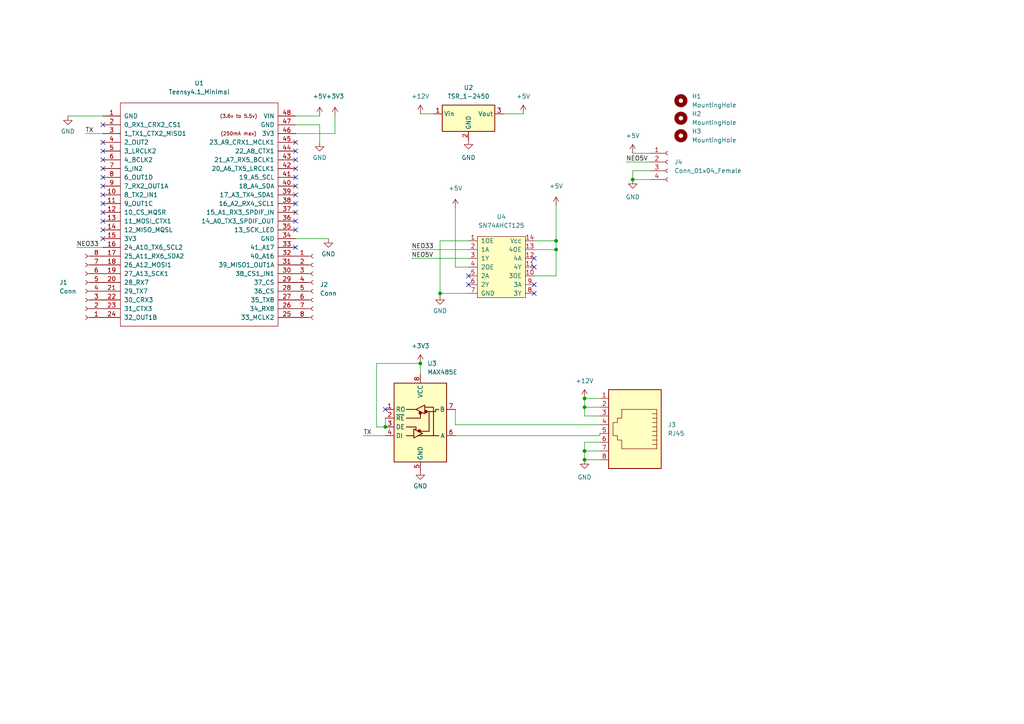
<source format=kicad_sch>
(kicad_sch (version 20211123) (generator eeschema)
  (paper "A4")
  (lib_symbols
    (symbol "Connector:Conn_01x04_Female" (pin_names (offset 1.016) hide)
      (property "Reference" "J" (at 0 5.08 0))
      (property "Value" "Conn_01x04_Female" (at 0 -7.62 0))
      (symbol "Conn_01x04_Female_1_1"
        (arc (start 0 -4.572) (mid -0.508 -5.08) (end 0 -5.588) (stroke (width 0.1524)))
        (arc (start 0 -2.032) (mid -0.508 -2.54) (end 0 -3.048) (stroke (width 0.1524)))
        (polyline (pts (xy -1.27 -5.08) (xy -0.508 -5.08)) (stroke (width 0.1524)))
        (polyline (pts (xy -1.27 -2.54) (xy -0.508 -2.54)) (stroke (width 0.1524)))
        (polyline (pts (xy -1.27 0) (xy -0.508 0)) (stroke (width 0.1524)))
        (polyline (pts (xy -1.27 2.54) (xy -0.508 2.54)) (stroke (width 0.1524)))
        (arc (start 0 0.508) (mid -0.508 0) (end 0 -0.508) (stroke (width 0.1524)))
        (arc (start 0 3.048) (mid -0.508 2.54) (end 0 2.032) (stroke (width 0.1524)))
        (pin passive line (at -5.08 2.54 0) (length 3.81) (name "Pin_1") (number "1"))
        (pin passive line (at -5.08 0 0) (length 3.81) (name "Pin_2") (number "2"))
        (pin passive line (at -5.08 -2.54 0) (length 3.81) (name "Pin_3") (number "3"))
        (pin passive line (at -5.08 -5.08 0) (length 3.81) (name "Pin_4") (number "4"))
      )
    )
    (symbol "Connector:Conn_01x08_Female" (pin_names (offset 1.016) hide)
      (property "Reference" "J" (at 0 10.16 0))
      (property "Value" "Conn_01x08_Female" (at 0 -12.7 0))
      (symbol "Conn_01x08_Female_1_1"
        (arc (start 0 -9.652) (mid -0.508 -10.16) (end 0 -10.668) (stroke (width 0.1524)))
        (arc (start 0 -7.112) (mid -0.508 -7.62) (end 0 -8.128) (stroke (width 0.1524)))
        (arc (start 0 -4.572) (mid -0.508 -5.08) (end 0 -5.588) (stroke (width 0.1524)))
        (arc (start 0 -2.032) (mid -0.508 -2.54) (end 0 -3.048) (stroke (width 0.1524)))
        (polyline (pts (xy -1.27 -10.16) (xy -0.508 -10.16)) (stroke (width 0.1524)))
        (polyline (pts (xy -1.27 -7.62) (xy -0.508 -7.62)) (stroke (width 0.1524)))
        (polyline (pts (xy -1.27 -5.08) (xy -0.508 -5.08)) (stroke (width 0.1524)))
        (polyline (pts (xy -1.27 -2.54) (xy -0.508 -2.54)) (stroke (width 0.1524)))
        (polyline (pts (xy -1.27 0) (xy -0.508 0)) (stroke (width 0.1524)))
        (polyline (pts (xy -1.27 2.54) (xy -0.508 2.54)) (stroke (width 0.1524)))
        (polyline (pts (xy -1.27 5.08) (xy -0.508 5.08)) (stroke (width 0.1524)))
        (polyline (pts (xy -1.27 7.62) (xy -0.508 7.62)) (stroke (width 0.1524)))
        (arc (start 0 0.508) (mid -0.508 0) (end 0 -0.508) (stroke (width 0.1524)))
        (arc (start 0 3.048) (mid -0.508 2.54) (end 0 2.032) (stroke (width 0.1524)))
        (arc (start 0 5.588) (mid -0.508 5.08) (end 0 4.572) (stroke (width 0.1524)))
        (arc (start 0 8.128) (mid -0.508 7.62) (end 0 7.112) (stroke (width 0.1524)))
        (pin passive line (at -5.08 7.62 0) (length 3.81) (name "Pin_1") (number "1"))
        (pin passive line (at -5.08 5.08 0) (length 3.81) (name "Pin_2") (number "2"))
        (pin passive line (at -5.08 2.54 0) (length 3.81) (name "Pin_3") (number "3"))
        (pin passive line (at -5.08 0 0) (length 3.81) (name "Pin_4") (number "4"))
        (pin passive line (at -5.08 -2.54 0) (length 3.81) (name "Pin_5") (number "5"))
        (pin passive line (at -5.08 -5.08 0) (length 3.81) (name "Pin_6") (number "6"))
        (pin passive line (at -5.08 -7.62 0) (length 3.81) (name "Pin_7") (number "7"))
        (pin passive line (at -5.08 -10.16 0) (length 3.81) (name "Pin_8") (number "8"))
      )
    )
    (symbol "Connector:RJ45" (pin_names (offset 1.016))
      (property "Reference" "J" (at -5.08 13.97 0))
      (property "Value" "RJ45" (at 2.54 13.97 0))
      (symbol "RJ45_0_1"
        (polyline (pts (xy -5.08 4.445) (xy -6.35 4.445)))
        (polyline (pts (xy -5.08 5.715) (xy -6.35 5.715)))
        (polyline (pts (xy -6.35 -3.175) (xy -5.08 -3.175) (xy -5.08 -3.175)))
        (polyline (pts (xy -6.35 -1.905) (xy -5.08 -1.905) (xy -5.08 -1.905)))
        (polyline (pts (xy -6.35 -0.635) (xy -5.08 -0.635) (xy -5.08 -0.635)))
        (polyline (pts (xy -6.35 0.635) (xy -5.08 0.635) (xy -5.08 0.635)))
        (polyline (pts (xy -6.35 1.905) (xy -5.08 1.905) (xy -5.08 1.905)))
        (polyline (pts (xy -5.08 3.175) (xy -6.35 3.175) (xy -6.35 3.175)))
        (polyline (pts (xy -6.35 -4.445) (xy -6.35 6.985) (xy 3.81 6.985) (xy 3.81 4.445) (xy 5.08 4.445) (xy 5.08 3.175) (xy 6.35 3.175) (xy 6.35 -0.635) (xy 5.08 -0.635) (xy 5.08 -1.905) (xy 3.81 -1.905) (xy 3.81 -4.445) (xy -6.35 -4.445) (xy -6.35 -4.445)))
        (rectangle (start 7.62 12.7) (end -7.62 -10.16) (stroke (width 0.254)) (fill (type background)))
      )
      (symbol "RJ45_1_1"
        (pin passive line (at 10.16 -7.62 180) (length 2.54) (name "~") (number "1"))
        (pin passive line (at 10.16 -5.08 180) (length 2.54) (name "~") (number "2"))
        (pin passive line (at 10.16 -2.54 180) (length 2.54) (name "~") (number "3"))
        (pin passive line (at 10.16 0 180) (length 2.54) (name "~") (number "4"))
        (pin passive line (at 10.16 2.54 180) (length 2.54) (name "~") (number "5"))
        (pin passive line (at 10.16 5.08 180) (length 2.54) (name "~") (number "6"))
        (pin passive line (at 10.16 7.62 180) (length 2.54) (name "~") (number "7"))
        (pin passive line (at 10.16 10.16 180) (length 2.54) (name "~") (number "8"))
      )
    )
    (symbol "Interface_UART:MAX485E"
      (property "Reference" "U" (at -6.096 11.43 0))
      (property "Value" "MAX485E" (at 0.762 11.43 0))
      (symbol "MAX485E_0_1"
        (rectangle (start -7.62 10.16) (end 7.62 -12.7) (stroke (width 0.254)) (fill (type background)))
        (circle (center -0.3048 -3.683) (radius 0.3556) (stroke (width 0.254)) (fill (type outline)))
        (circle (center -0.0254 1.4986) (radius 0.3556) (stroke (width 0.254)) (fill (type outline)))
        (polyline (pts (xy -4.064 -5.08) (xy -1.905 -5.08)) (stroke (width 0.254)))
        (polyline (pts (xy -4.064 2.54) (xy -1.27 2.54)) (stroke (width 0.254)))
        (polyline (pts (xy -1.27 -3.2004) (xy -1.27 -3.4544)) (stroke (width 0.254)))
        (polyline (pts (xy -0.635 -5.08) (xy 5.334 -5.08)) (stroke (width 0.254)))
        (polyline (pts (xy -4.064 -2.54) (xy -1.27 -2.54) (xy -1.27 -3.175)) (stroke (width 0.254)))
        (polyline (pts (xy 0 1.27) (xy 0 0) (xy -4.064 0)) (stroke (width 0.254)))
        (polyline (pts (xy 1.27 3.175) (xy 3.81 3.175) (xy 3.81 -5.08)) (stroke (width 0.254)))
        (polyline (pts (xy 2.54 1.905) (xy 2.54 -3.81) (xy 0 -3.81)) (stroke (width 0.254)))
        (polyline (pts (xy -1.905 -3.175) (xy -1.905 -5.715) (xy 0.635 -4.445) (xy -1.905 -3.175)) (stroke (width 0.254)))
        (polyline (pts (xy -1.27 2.54) (xy 1.27 3.81) (xy 1.27 1.27) (xy -1.27 2.54)) (stroke (width 0.254)))
        (polyline (pts (xy 1.905 1.905) (xy 4.445 1.905) (xy 4.445 2.54) (xy 5.334 2.54)) (stroke (width 0.254)))
        (rectangle (start 1.27 3.175) (end 1.27 3.175))
        (circle (center 1.651 1.905) (radius 0.3556) (stroke (width 0.254)) (fill (type outline)))
      )
      (symbol "MAX485E_1_1"
        (pin output line (at -10.16 2.54 0) (length 2.54) (name "RO") (number "1"))
        (pin input line (at -10.16 0 0) (length 2.54) (name "~{RE}") (number "2"))
        (pin input line (at -10.16 -2.54 0) (length 2.54) (name "DE") (number "3"))
        (pin input line (at -10.16 -5.08 0) (length 2.54) (name "DI") (number "4"))
        (pin power_in line (at 0 -15.24 90) (length 2.54) (name "GND") (number "5"))
        (pin bidirectional line (at 10.16 -5.08 180) (length 2.54) (name "A") (number "6"))
        (pin bidirectional line (at 10.16 2.54 180) (length 2.54) (name "B") (number "7"))
        (pin power_in line (at 0 12.7 270) (length 2.54) (name "VCC") (number "8"))
      )
    )
    (symbol "Joels KiCad Symbol Library:SN74AHCT125" (pin_names (offset 1.016))
      (property "Reference" "U" (at 0 0 0))
      (property "Value" "SN74AHCT125" (at 0 2.54 0))
      (symbol "SN74AHCT125_0_1"
        (rectangle (start -7.62 -2.54) (end 6.35 -20.32) (fill (type background)))
      )
      (symbol "SN74AHCT125_1_1"
        (pin input line (at -10.16 -3.81 0) (length 2.54) (name "1OE") (number "1"))
        (pin input line (at 8.89 -13.97 180) (length 2.54) (name "3OE") (number "10"))
        (pin output line (at 8.89 -11.43 180) (length 2.54) (name "4Y") (number "11"))
        (pin input line (at 8.89 -8.89 180) (length 2.54) (name "4A") (number "12"))
        (pin input line (at 8.89 -6.35 180) (length 2.54) (name "4OE") (number "13"))
        (pin power_in line (at 8.89 -3.81 180) (length 2.54) (name "Vcc") (number "14"))
        (pin input line (at -10.16 -6.35 0) (length 2.54) (name "1A") (number "2"))
        (pin output line (at -10.16 -8.89 0) (length 2.54) (name "1Y") (number "3"))
        (pin input line (at -10.16 -11.43 0) (length 2.54) (name "2OE") (number "4"))
        (pin input line (at -10.16 -13.97 0) (length 2.54) (name "2A") (number "5"))
        (pin output line (at -10.16 -16.51 0) (length 2.54) (name "2Y") (number "6"))
        (pin power_in line (at -10.16 -19.05 0) (length 2.54) (name "GND") (number "7"))
        (pin output line (at 8.89 -19.05 180) (length 2.54) (name "3Y") (number "8"))
        (pin input line (at 8.89 -16.51 180) (length 2.54) (name "3A") (number "9"))
      )
    )
    (symbol "Joels KiCad Symbol Library:Teensy4.1_Minimal" (pin_names (offset 1.016))
      (property "Reference" "U" (at 0 62.23 0))
      (property "Value" "Teensy4.1_Minimal" (at 1.27 59.69 0))
      (symbol "Teensy4.1_Minimal_0_0"
        (text "(250mA max)" (at 11.43 49.53 0) (effects (font (size 1.016 1.016))))
        (text "(3.6v to 5.5v)" (at 11.43 54.61 0) (effects (font (size 1.016 1.016))))
        (pin bidirectional line (at -27.94 31.75 0) (length 5.08) (name "8_TX2_IN1") (number "10"))
        (pin bidirectional line (at -27.94 29.21 0) (length 5.08) (name "9_OUT1C") (number "11"))
        (pin bidirectional line (at -27.94 26.67 0) (length 5.08) (name "10_CS_MQSR") (number "12"))
        (pin bidirectional line (at -27.94 24.13 0) (length 5.08) (name "11_MOSI_CTX1") (number "13"))
        (pin bidirectional line (at -27.94 21.59 0) (length 5.08) (name "12_MISO_MQSL") (number "14"))
        (pin power_in line (at -27.94 19.05 0) (length 5.08) (name "3V3") (number "15"))
        (pin bidirectional line (at -27.94 16.51 0) (length 5.08) (name "24_A10_TX6_SCL2") (number "16"))
        (pin bidirectional line (at -27.94 13.97 0) (length 5.08) (name "25_A11_RX6_SDA2") (number "17"))
        (pin bidirectional line (at -27.94 11.43 0) (length 5.08) (name "26_A12_MOSI1") (number "18"))
        (pin bidirectional line (at -27.94 8.89 0) (length 5.08) (name "27_A13_SCK1") (number "19"))
        (pin bidirectional line (at -27.94 6.35 0) (length 5.08) (name "28_RX7") (number "20"))
        (pin bidirectional line (at -27.94 3.81 0) (length 5.08) (name "29_TX7") (number "21"))
        (pin bidirectional line (at -27.94 1.27 0) (length 5.08) (name "30_CRX3") (number "22"))
        (pin bidirectional line (at -27.94 -1.27 0) (length 5.08) (name "31_CTX3") (number "23"))
        (pin bidirectional line (at -27.94 -3.81 0) (length 5.08) (name "32_OUT1B") (number "24"))
        (pin bidirectional line (at 27.94 -3.81 180) (length 5.08) (name "33_MCLK2") (number "25"))
        (pin bidirectional line (at 27.94 -1.27 180) (length 5.08) (name "34_RX8") (number "26"))
        (pin bidirectional line (at 27.94 1.27 180) (length 5.08) (name "35_TX8") (number "27"))
        (pin bidirectional line (at 27.94 3.81 180) (length 5.08) (name "36_CS") (number "28"))
        (pin bidirectional line (at 27.94 6.35 180) (length 5.08) (name "37_CS") (number "29"))
        (pin bidirectional line (at 27.94 8.89 180) (length 5.08) (name "38_CS1_IN1") (number "30"))
        (pin bidirectional line (at 27.94 11.43 180) (length 5.08) (name "39_MISO1_OUT1A") (number "31"))
        (pin bidirectional line (at 27.94 13.97 180) (length 5.08) (name "40_A16") (number "32"))
        (pin bidirectional line (at 27.94 16.51 180) (length 5.08) (name "41_A17") (number "33"))
        (pin bidirectional line (at 27.94 21.59 180) (length 5.08) (name "13_SCK_LED") (number "35"))
        (pin bidirectional line (at 27.94 24.13 180) (length 5.08) (name "14_A0_TX3_SPDIF_OUT") (number "36"))
        (pin bidirectional line (at 27.94 26.67 180) (length 5.08) (name "15_A1_RX3_SPDIF_IN") (number "37"))
        (pin bidirectional line (at 27.94 29.21 180) (length 5.08) (name "16_A2_RX4_SCL1") (number "38"))
        (pin bidirectional line (at 27.94 31.75 180) (length 5.08) (name "17_A3_TX4_SDA1") (number "39"))
        (pin bidirectional line (at 27.94 34.29 180) (length 5.08) (name "18_A4_SDA") (number "40"))
        (pin bidirectional line (at 27.94 36.83 180) (length 5.08) (name "19_A5_SCL") (number "41"))
        (pin bidirectional line (at 27.94 39.37 180) (length 5.08) (name "20_A6_TX5_LRCLK1") (number "42"))
        (pin bidirectional line (at 27.94 41.91 180) (length 5.08) (name "21_A7_RX5_BCLK1") (number "43"))
        (pin bidirectional line (at 27.94 44.45 180) (length 5.08) (name "22_A8_CTX1") (number "44"))
        (pin bidirectional line (at 27.94 46.99 180) (length 5.08) (name "23_A9_CRX1_MCLK1") (number "45"))
        (pin power_in line (at 27.94 49.53 180) (length 5.08) (name "3V3") (number "46"))
        (pin power_in line (at 27.94 52.07 180) (length 5.08) (name "GND") (number "47"))
        (pin power_in line (at 27.94 54.61 180) (length 5.08) (name "VIN") (number "48"))
        (pin bidirectional line (at -27.94 44.45 0) (length 5.08) (name "3_LRCLK2") (number "5"))
        (pin bidirectional line (at -27.94 41.91 0) (length 5.08) (name "4_BCLK2") (number "6"))
        (pin bidirectional line (at -27.94 39.37 0) (length 5.08) (name "5_IN2") (number "7"))
        (pin bidirectional line (at -27.94 36.83 0) (length 5.08) (name "6_OUT1D") (number "8"))
        (pin bidirectional line (at -27.94 34.29 0) (length 5.08) (name "7_RX2_OUT1A") (number "9"))
      )
      (symbol "Teensy4.1_Minimal_0_1"
        (rectangle (start -22.86 58.42) (end 22.86 -6.35))
        (rectangle (start -20.32 -1.27) (end -20.32 -1.27))
      )
      (symbol "Teensy4.1_Minimal_1_1"
        (pin power_in line (at -27.94 54.61 0) (length 5.08) (name "GND") (number "1"))
        (pin bidirectional line (at -27.94 52.07 0) (length 5.08) (name "0_RX1_CRX2_CS1") (number "2"))
        (pin bidirectional line (at -27.94 49.53 0) (length 5.08) (name "1_TX1_CTX2_MISO1") (number "3"))
        (pin power_in line (at 27.94 19.05 180) (length 5.08) (name "GND") (number "34"))
        (pin bidirectional line (at -27.94 46.99 0) (length 5.08) (name "2_OUT2") (number "4"))
      )
    )
    (symbol "Mechanical:MountingHole" (pin_names (offset 1.016))
      (property "Reference" "H" (at 0 5.08 0))
      (property "Value" "MountingHole" (at 0 3.175 0))
      (symbol "MountingHole_0_1"
        (circle (center 0 0) (radius 1.27) (stroke (width 1.27)))
      )
    )
    (symbol "Regulator_Switching:TSR_1-2450"
      (property "Reference" "U" (at -7.62 6.35 0))
      (property "Value" "TSR_1-2450" (at -1.27 6.35 0))
      (symbol "TSR_1-2450_0_1"
        (rectangle (start -7.62 5.08) (end 7.62 -2.54) (stroke (width 0.254)) (fill (type background)))
      )
      (symbol "TSR_1-2450_1_1"
        (pin power_in line (at -10.16 2.54 0) (length 2.54) (name "Vin") (number "1"))
        (pin power_in line (at 0 -5.08 90) (length 2.54) (name "GND") (number "2"))
        (pin power_out line (at 10.16 2.54 180) (length 2.54) (name "Vout") (number "3"))
      )
    )
    (symbol "power:+12V" (power) (pin_names (offset 0))
      (property "Value" "+12V" (at 0 3.556 0))
      (symbol "+12V_0_1"
        (polyline (pts (xy -0.762 1.27) (xy 0 2.54)))
        (polyline (pts (xy 0 0) (xy 0 2.54)))
        (polyline (pts (xy 0 2.54) (xy 0.762 1.27)))
      )
      (symbol "+12V_1_1"
        (pin power_in line (at 0 0 90) (length 0) hide (name "+12V") (number "1"))
      )
    )
    (symbol "power:+3.3V" (power) (pin_names (offset 0))
      (property "Value" "+3.3V" (at 0 3.556 0))
      (symbol "+3.3V_0_1"
        (polyline (pts (xy -0.762 1.27) (xy 0 2.54)))
        (polyline (pts (xy 0 0) (xy 0 2.54)))
        (polyline (pts (xy 0 2.54) (xy 0.762 1.27)))
      )
      (symbol "+3.3V_1_1"
        (pin power_in line (at 0 0 90) (length 0) hide (name "+3V3") (number "1"))
      )
    )
    (symbol "power:+5V" (power) (pin_names (offset 0))
      (property "Value" "+5V" (at 0 3.556 0))
      (symbol "+5V_0_1"
        (polyline (pts (xy -0.762 1.27) (xy 0 2.54)))
        (polyline (pts (xy 0 0) (xy 0 2.54)))
        (polyline (pts (xy 0 2.54) (xy 0.762 1.27)))
      )
      (symbol "+5V_1_1"
        (pin power_in line (at 0 0 90) (length 0) hide (name "+5V") (number "1"))
      )
    )
    (symbol "power:GND" (power) (pin_names (offset 0))
      (property "Value" "GND" (at 0 -3.81 0))
      (symbol "GND_0_1"
        (polyline (pts (xy 0 0) (xy 0 -1.27) (xy 1.27 -1.27) (xy 0 -2.54) (xy -1.27 -1.27) (xy 0 -1.27)))
      )
      (symbol "GND_1_1"
        (pin power_in line (at 0 0 270) (length 0) hide (name "GND") (number "1"))
      )
    )
  )
  (junction (at 161.29 69.85))
  (junction (at 169.545 115.57))
  (junction (at 169.545 118.11))
  (junction (at 161.29 72.39))
  (junction (at 183.515 52.07))
  (junction (at 127.635 85.09))
  (junction (at 111.76 123.825))
  (junction (at 169.545 133.35))
  (junction (at 169.545 130.81))
  (junction (at 121.92 105.41))
  (no_connect (at 111.76 118.745))
  (no_connect (at 135.89 82.55))
  (no_connect (at 154.94 82.55))
  (no_connect (at 154.94 85.09))
  (no_connect (at 154.94 77.47))
  (no_connect (at 154.94 74.93))
  (no_connect (at 135.89 80.01))
  (no_connect (at 85.725 59.055))
  (no_connect (at 85.725 61.595))
  (no_connect (at 85.725 64.135))
  (no_connect (at 85.725 66.675))
  (no_connect (at 85.725 71.755))
  (no_connect (at 85.725 41.275))
  (no_connect (at 85.725 43.815))
  (no_connect (at 85.725 46.355))
  (no_connect (at 85.725 48.895))
  (no_connect (at 85.725 51.435))
  (no_connect (at 85.725 53.975))
  (no_connect (at 85.725 56.515))
  (no_connect (at 29.845 36.195))
  (no_connect (at 29.845 66.675))
  (no_connect (at 29.845 69.215))
  (no_connect (at 29.845 41.275))
  (no_connect (at 29.845 43.815))
  (no_connect (at 29.845 46.355))
  (no_connect (at 29.845 48.895))
  (no_connect (at 29.845 51.435))
  (no_connect (at 29.845 53.975))
  (no_connect (at 29.845 56.515))
  (no_connect (at 29.845 59.055))
  (no_connect (at 29.845 61.595))
  (no_connect (at 29.845 64.135))
  (wire (pts (xy 22.225 71.755) (xy 29.845 71.755)))
  (wire (pts (xy 146.05 33.02) (xy 151.765 33.02)))
  (wire (pts (xy 169.545 115.57) (xy 173.99 115.57)))
  (wire (pts (xy 127.635 85.725) (xy 127.635 85.09)))
  (wire (pts (xy 121.92 105.41) (xy 121.92 108.585)))
  (wire (pts (xy 85.725 33.655) (xy 92.71 33.655)))
  (wire (pts (xy 161.29 69.85) (xy 161.29 59.69)))
  (wire (pts (xy 132.08 126.365) (xy 173.99 126.365)))
  (wire (pts (xy 127.635 69.85) (xy 135.89 69.85)))
  (wire (pts (xy 161.29 69.85) (xy 161.29 72.39)))
  (wire (pts (xy 132.08 60.325) (xy 132.08 77.47)))
  (wire (pts (xy 161.29 72.39) (xy 161.29 80.01)))
  (wire (pts (xy 19.685 33.655) (xy 29.845 33.655)))
  (wire (pts (xy 132.08 77.47) (xy 135.89 77.47)))
  (wire (pts (xy 169.545 120.65) (xy 169.545 118.11)))
  (wire (pts (xy 169.545 128.27) (xy 169.545 130.81)))
  (wire (pts (xy 127.635 85.09) (xy 127.635 69.85)))
  (wire (pts (xy 109.22 123.825) (xy 109.22 105.41)))
  (wire (pts (xy 121.92 33.02) (xy 125.73 33.02)))
  (wire (pts (xy 85.725 36.195) (xy 92.71 36.195)))
  (wire (pts (xy 183.515 44.45) (xy 188.595 44.45)))
  (wire (pts (xy 169.545 130.81) (xy 169.545 133.35)))
  (wire (pts (xy 127.635 85.09) (xy 135.89 85.09)))
  (wire (pts (xy 85.725 38.735) (xy 97.155 38.735)))
  (wire (pts (xy 173.99 126.365) (xy 173.99 125.73)))
  (wire (pts (xy 188.595 49.53) (xy 183.515 49.53)))
  (wire (pts (xy 111.76 121.285) (xy 111.76 123.825)))
  (wire (pts (xy 154.94 72.39) (xy 161.29 72.39)))
  (wire (pts (xy 85.725 69.215) (xy 95.25 69.215)))
  (wire (pts (xy 169.545 118.11) (xy 169.545 115.57)))
  (wire (pts (xy 119.38 74.93) (xy 135.89 74.93)))
  (wire (pts (xy 173.99 130.81) (xy 169.545 130.81)))
  (wire (pts (xy 173.99 123.19) (xy 132.08 123.19)))
  (wire (pts (xy 183.515 52.07) (xy 188.595 52.07)))
  (wire (pts (xy 97.155 33.655) (xy 97.155 38.735)))
  (wire (pts (xy 154.94 69.85) (xy 161.29 69.85)))
  (wire (pts (xy 24.765 38.735) (xy 29.845 38.735)))
  (wire (pts (xy 109.22 105.41) (xy 121.92 105.41)))
  (wire (pts (xy 173.99 128.27) (xy 169.545 128.27)))
  (wire (pts (xy 92.71 36.195) (xy 92.71 41.275)))
  (wire (pts (xy 181.61 46.99) (xy 188.595 46.99)))
  (wire (pts (xy 111.76 123.825) (xy 109.22 123.825)))
  (wire (pts (xy 169.545 133.35) (xy 173.99 133.35)))
  (wire (pts (xy 119.38 72.39) (xy 135.89 72.39)))
  (wire (pts (xy 132.08 123.19) (xy 132.08 118.745)))
  (wire (pts (xy 173.99 118.11) (xy 169.545 118.11)))
  (wire (pts (xy 173.99 120.65) (xy 169.545 120.65)))
  (wire (pts (xy 154.94 80.01) (xy 161.29 80.01)))
  (wire (pts (xy 105.41 126.365) (xy 111.76 126.365)))
  (wire (pts (xy 183.515 49.53) (xy 183.515 52.07)))
  (label "TX" (at 105.41 126.365 0))
  (label "NEO33" (at 119.38 72.39 0))
  (label "NEO5V" (at 181.61 46.99 0))
  (label "NEO33" (at 22.225 71.755 0))
  (label "TX" (at 24.765 38.735 0))
  (label "NEO5V" (at 119.38 74.93 0))
  (symbol (lib_id "Joels KiCad Symbol Library:SN74AHCT125") (at 146.05 66.04 0) (unit 1)
    (property "Reference" "U4" (at 145.415 62.865 0))
    (property "Value" "SN74AHCT125" (at 145.415 65.405 0))
    (property "Footprint" "Joels KiCad Footprint Library:SN74AHCT125N" (effects hide))
  )
  (symbol (lib_id "Mechanical:MountingHole") (at 197.485 39.37 0) (unit 1)
    (property "Reference" "H3" (at 200.66 38.0999 0) (effects (justify left)))
    (property "Value" "MountingHole" (at 200.66 40.6399 0) (effects (justify left)))
    (property "Footprint" "MountingHole:MountingHole_5mm" (effects hide))
  )
  (symbol (lib_id "power:GND") (at 121.92 136.525 0) (unit 1)
    (property "Reference" "#PWR08" (effects hide))
    (property "Value" "GND" (at 121.92 140.97 0))
  )
  (symbol (lib_id "power:+5V") (at 183.515 44.45 0) (unit 1)
    (property "Reference" "#PWR014" (effects hide))
    (property "Value" "+5V" (at 183.515 39.37 0))
  )
  (symbol (lib_id "power:GND") (at 183.515 52.07 0) (unit 1)
    (property "Reference" "#PWR015" (effects hide))
    (property "Value" "GND" (at 183.515 57.15 0))
  )
  (symbol (lib_id "Connector:Conn_01x08_Female") (at 90.805 81.915 0) (unit 1)
    (property "Reference" "J2" (at 93.98 82.55 0))
    (property "Value" "Conn" (at 95.25 85.09 0))
    (property "Footprint" "Joels KiCad Footprint Library:CUI_term_block_8_TB004-508-08BE" (effects hide))
  )
  (symbol (lib_id "power:+3.3V") (at 97.155 33.655 0) (unit 1)
    (property "Reference" "#PWR05" (effects hide))
    (property "Value" "+3.3V" (at 97.155 27.94 0))
  )
  (symbol (lib_id "power:+5V") (at 151.765 33.02 0) (unit 1)
    (property "Reference" "#PWR03" (effects hide))
    (property "Value" "+5V" (at 151.765 27.94 0))
  )
  (symbol (lib_id "Mechanical:MountingHole") (at 197.485 29.21 0) (unit 1)
    (property "Reference" "H1" (at 200.66 27.9399 0) (effects (justify left)))
    (property "Value" "MountingHole" (at 200.66 30.4799 0) (effects (justify left)))
    (property "Footprint" "MountingHole:MountingHole_5mm" (effects hide))
  )
  (symbol (lib_id "Connector:Conn_01x04_Female") (at 193.675 46.99 0) (unit 1)
    (property "Reference" "J4" (at 195.58 46.9899 0) (effects (justify left)))
    (property "Value" "Conn_01x04_Female" (at 195.58 49.5299 0) (effects (justify left)))
    (property "Footprint" "Joels KiCad Footprint Library:CUI_term_block_4_CUI_TB004-508-04BE" (effects hide))
  )
  (symbol (lib_id "power:GND") (at 95.25 69.215 0) (unit 1)
    (property "Reference" "#PWR06" (effects hide))
    (property "Value" "GND" (at 95.25 73.66 0))
  )
  (symbol (lib_id "power:+12V") (at 169.545 115.57 0) (unit 1)
    (property "Reference" "#PWR012" (effects hide))
    (property "Value" "+12V" (at 169.545 110.49 0))
  )
  (symbol (lib_id "power:GND") (at 169.545 133.35 0) (unit 1)
    (property "Reference" "#PWR013" (effects hide))
    (property "Value" "GND" (at 169.545 138.43 0))
  )
  (symbol (lib_id "Mechanical:MountingHole") (at 197.485 34.29 0) (unit 1)
    (property "Reference" "H2" (at 200.66 33.0199 0) (effects (justify left)))
    (property "Value" "MountingHole" (at 200.66 35.5599 0) (effects (justify left)))
    (property "Footprint" "MountingHole:MountingHole_5mm" (effects hide))
  )
  (symbol (lib_id "Regulator_Switching:TSR_1-2450") (at 135.89 35.56 0) (unit 1)
    (property "Reference" "U2" (at 135.89 25.4 0))
    (property "Value" "TSR_1-2450" (at 135.89 27.94 0))
    (property "Footprint" "Converter_DCDC:Converter_DCDC_TRACO_TSR-1_THT" (effects hide))
    (property "Datasheet" "http://www.tracopower.com/products/tsr1.pdf" (effects hide))
  )
  (symbol (lib_id "power:+5V") (at 92.71 33.655 0) (unit 1)
    (property "Reference" "#PWR04" (effects hide))
    (property "Value" "+5V" (at 92.71 27.94 0))
  )
  (symbol (lib_id "Connector:RJ45") (at 184.15 123.19 180) (unit 1)
    (property "Reference" "J3" (at 193.675 123.1899 0) (effects (justify right)))
    (property "Value" "RJ45" (at 193.675 125.7299 0) (effects (justify right)))
    (property "Footprint" "Joels KiCad Footprint Library:RJ45-ASSMANN_A-2004-1-4-LP-N-R" (effects hide))
  )
  (symbol (lib_id "power:GND") (at 19.685 33.655 0) (unit 1)
    (property "Reference" "#PWR0101" (effects hide))
    (property "Value" "GND" (at 19.685 38.1 0))
  )
  (symbol (lib_id "power:GND") (at 127.635 85.725 0) (unit 1)
    (property "Reference" "#PWR09" (effects hide))
    (property "Value" "GND" (at 127.635 90.17 0))
  )
  (symbol (lib_id "Interface_UART:MAX485E") (at 121.92 121.285 0) (unit 1)
    (property "Reference" "U3" (at 123.9394 105.41 0) (effects (justify left)))
    (property "Value" "MAX485E" (at 123.9394 107.95 0) (effects (justify left)))
    (property "Footprint" "Joels KiCad Footprint Library:Max485-Module" (effects hide))
    (property "Datasheet" "https://datasheets.maximintegrated.com/en/ds/MAX1487E-MAX491E.pdf" (effects hide))
  )
  (symbol (lib_id "power:GND") (at 135.89 40.64 0) (unit 1)
    (property "Reference" "#PWR02" (effects hide))
    (property "Value" "GND" (at 135.89 45.72 0))
  )
  (symbol (lib_id "power:+3.3V") (at 121.92 105.41 0) (unit 1)
    (property "Reference" "#PWR07" (effects hide))
    (property "Value" "+3.3V" (at 121.92 100.33 0))
  )
  (symbol (lib_id "Connector:Conn_01x08_Female") (at 24.765 84.455 180) (unit 1)
    (property "Reference" "J1" (at 18.415 81.915 0))
    (property "Value" "Conn" (at 19.685 84.455 0))
    (property "Footprint" "Joels KiCad Footprint Library:CUI_term_block_8_TB004-508-08BE" (effects hide))
  )
  (symbol (lib_id "power:+5V") (at 132.08 60.325 0) (unit 1)
    (property "Reference" "#PWR010" (effects hide))
    (property "Value" "+5V" (at 132.08 54.61 0))
  )
  (symbol (lib_id "power:+12V") (at 121.92 33.02 0) (unit 1)
    (property "Reference" "#PWR01" (effects hide))
    (property "Value" "+12V" (at 121.92 27.94 0))
  )
  (symbol (lib_id "Joels KiCad Symbol Library:Teensy4.1_Minimal") (at 57.785 88.265 0) (unit 1)
    (property "Reference" "U1" (at 57.785 24.13 0))
    (property "Value" "Teensy4.1_Minimal" (at 57.785 26.67 0))
    (property "Footprint" "Joels KiCad Footprint Library:Teensy41_Minimal" (effects hide))
  )
  (symbol (lib_id "power:GND") (at 92.71 41.275 0) (unit 1)
    (property "Reference" "#PWR0102" (effects hide))
    (property "Value" "GND" (at 92.71 45.72 0))
  )
  (symbol (lib_id "power:+5V") (at 161.29 59.69 0) (unit 1)
    (property "Reference" "#PWR011" (effects hide))
    (property "Value" "+5V" (at 161.29 53.975 0))
  )
)
</source>
